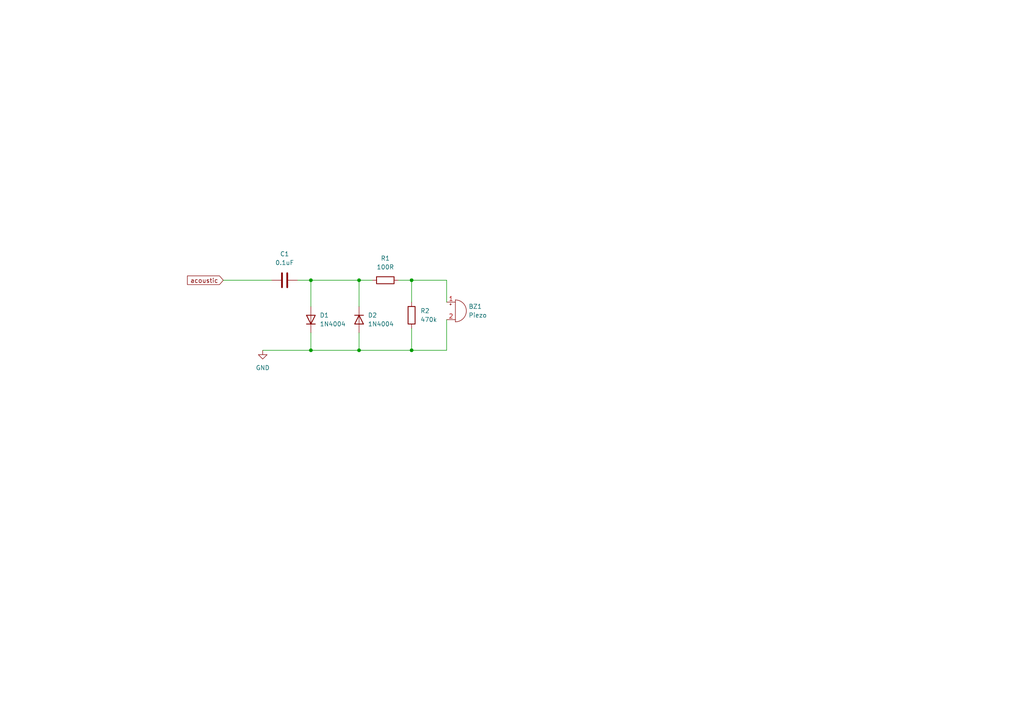
<source format=kicad_sch>
(kicad_sch (version 20211123) (generator eeschema)

  (uuid 9a3279c1-9cf3-4303-9a46-d6205e7e9b76)

  (paper "A4")

  (lib_symbols
    (symbol "Device:Buzzer" (pin_names (offset 0.0254) hide) (in_bom yes) (on_board yes)
      (property "Reference" "BZ" (id 0) (at 3.81 1.27 0)
        (effects (font (size 1.27 1.27)) (justify left))
      )
      (property "Value" "Buzzer" (id 1) (at 3.81 -1.27 0)
        (effects (font (size 1.27 1.27)) (justify left))
      )
      (property "Footprint" "" (id 2) (at -0.635 2.54 90)
        (effects (font (size 1.27 1.27)) hide)
      )
      (property "Datasheet" "~" (id 3) (at -0.635 2.54 90)
        (effects (font (size 1.27 1.27)) hide)
      )
      (property "ki_keywords" "quartz resonator ceramic" (id 4) (at 0 0 0)
        (effects (font (size 1.27 1.27)) hide)
      )
      (property "ki_description" "Buzzer, polarized" (id 5) (at 0 0 0)
        (effects (font (size 1.27 1.27)) hide)
      )
      (property "ki_fp_filters" "*Buzzer*" (id 6) (at 0 0 0)
        (effects (font (size 1.27 1.27)) hide)
      )
      (symbol "Buzzer_0_1"
        (arc (start 0 -3.175) (mid 3.175 0) (end 0 3.175)
          (stroke (width 0) (type default) (color 0 0 0 0))
          (fill (type none))
        )
        (polyline
          (pts
            (xy -1.651 1.905)
            (xy -1.143 1.905)
          )
          (stroke (width 0) (type default) (color 0 0 0 0))
          (fill (type none))
        )
        (polyline
          (pts
            (xy -1.397 2.159)
            (xy -1.397 1.651)
          )
          (stroke (width 0) (type default) (color 0 0 0 0))
          (fill (type none))
        )
        (polyline
          (pts
            (xy 0 3.175)
            (xy 0 -3.175)
          )
          (stroke (width 0) (type default) (color 0 0 0 0))
          (fill (type none))
        )
      )
      (symbol "Buzzer_1_1"
        (pin passive line (at -2.54 2.54 0) (length 2.54)
          (name "-" (effects (font (size 1.27 1.27))))
          (number "1" (effects (font (size 1.27 1.27))))
        )
        (pin passive line (at -2.54 -2.54 0) (length 2.54)
          (name "+" (effects (font (size 1.27 1.27))))
          (number "2" (effects (font (size 1.27 1.27))))
        )
      )
    )
    (symbol "Device:C" (pin_numbers hide) (pin_names (offset 0.254)) (in_bom yes) (on_board yes)
      (property "Reference" "C" (id 0) (at 0.635 2.54 0)
        (effects (font (size 1.27 1.27)) (justify left))
      )
      (property "Value" "C" (id 1) (at 0.635 -2.54 0)
        (effects (font (size 1.27 1.27)) (justify left))
      )
      (property "Footprint" "" (id 2) (at 0.9652 -3.81 0)
        (effects (font (size 1.27 1.27)) hide)
      )
      (property "Datasheet" "~" (id 3) (at 0 0 0)
        (effects (font (size 1.27 1.27)) hide)
      )
      (property "ki_keywords" "cap capacitor" (id 4) (at 0 0 0)
        (effects (font (size 1.27 1.27)) hide)
      )
      (property "ki_description" "Unpolarized capacitor" (id 5) (at 0 0 0)
        (effects (font (size 1.27 1.27)) hide)
      )
      (property "ki_fp_filters" "C_*" (id 6) (at 0 0 0)
        (effects (font (size 1.27 1.27)) hide)
      )
      (symbol "C_0_1"
        (polyline
          (pts
            (xy -2.032 -0.762)
            (xy 2.032 -0.762)
          )
          (stroke (width 0.508) (type default) (color 0 0 0 0))
          (fill (type none))
        )
        (polyline
          (pts
            (xy -2.032 0.762)
            (xy 2.032 0.762)
          )
          (stroke (width 0.508) (type default) (color 0 0 0 0))
          (fill (type none))
        )
      )
      (symbol "C_1_1"
        (pin passive line (at 0 3.81 270) (length 2.794)
          (name "~" (effects (font (size 1.27 1.27))))
          (number "1" (effects (font (size 1.27 1.27))))
        )
        (pin passive line (at 0 -3.81 90) (length 2.794)
          (name "~" (effects (font (size 1.27 1.27))))
          (number "2" (effects (font (size 1.27 1.27))))
        )
      )
    )
    (symbol "Device:R" (pin_numbers hide) (pin_names (offset 0)) (in_bom yes) (on_board yes)
      (property "Reference" "R" (id 0) (at 2.032 0 90)
        (effects (font (size 1.27 1.27)))
      )
      (property "Value" "R" (id 1) (at 0 0 90)
        (effects (font (size 1.27 1.27)))
      )
      (property "Footprint" "" (id 2) (at -1.778 0 90)
        (effects (font (size 1.27 1.27)) hide)
      )
      (property "Datasheet" "~" (id 3) (at 0 0 0)
        (effects (font (size 1.27 1.27)) hide)
      )
      (property "ki_keywords" "R res resistor" (id 4) (at 0 0 0)
        (effects (font (size 1.27 1.27)) hide)
      )
      (property "ki_description" "Resistor" (id 5) (at 0 0 0)
        (effects (font (size 1.27 1.27)) hide)
      )
      (property "ki_fp_filters" "R_*" (id 6) (at 0 0 0)
        (effects (font (size 1.27 1.27)) hide)
      )
      (symbol "R_0_1"
        (rectangle (start -1.016 -2.54) (end 1.016 2.54)
          (stroke (width 0.254) (type default) (color 0 0 0 0))
          (fill (type none))
        )
      )
      (symbol "R_1_1"
        (pin passive line (at 0 3.81 270) (length 1.27)
          (name "~" (effects (font (size 1.27 1.27))))
          (number "1" (effects (font (size 1.27 1.27))))
        )
        (pin passive line (at 0 -3.81 90) (length 1.27)
          (name "~" (effects (font (size 1.27 1.27))))
          (number "2" (effects (font (size 1.27 1.27))))
        )
      )
    )
    (symbol "Diode:1N4004" (pin_numbers hide) (pin_names hide) (in_bom yes) (on_board yes)
      (property "Reference" "D" (id 0) (at 0 2.54 0)
        (effects (font (size 1.27 1.27)))
      )
      (property "Value" "1N4004" (id 1) (at 0 -2.54 0)
        (effects (font (size 1.27 1.27)))
      )
      (property "Footprint" "Diode_THT:D_DO-41_SOD81_P10.16mm_Horizontal" (id 2) (at 0 -4.445 0)
        (effects (font (size 1.27 1.27)) hide)
      )
      (property "Datasheet" "http://www.vishay.com/docs/88503/1n4001.pdf" (id 3) (at 0 0 0)
        (effects (font (size 1.27 1.27)) hide)
      )
      (property "ki_keywords" "diode" (id 4) (at 0 0 0)
        (effects (font (size 1.27 1.27)) hide)
      )
      (property "ki_description" "400V 1A General Purpose Rectifier Diode, DO-41" (id 5) (at 0 0 0)
        (effects (font (size 1.27 1.27)) hide)
      )
      (property "ki_fp_filters" "D*DO?41*" (id 6) (at 0 0 0)
        (effects (font (size 1.27 1.27)) hide)
      )
      (symbol "1N4004_0_1"
        (polyline
          (pts
            (xy -1.27 1.27)
            (xy -1.27 -1.27)
          )
          (stroke (width 0.254) (type default) (color 0 0 0 0))
          (fill (type none))
        )
        (polyline
          (pts
            (xy 1.27 0)
            (xy -1.27 0)
          )
          (stroke (width 0) (type default) (color 0 0 0 0))
          (fill (type none))
        )
        (polyline
          (pts
            (xy 1.27 1.27)
            (xy 1.27 -1.27)
            (xy -1.27 0)
            (xy 1.27 1.27)
          )
          (stroke (width 0.254) (type default) (color 0 0 0 0))
          (fill (type none))
        )
      )
      (symbol "1N4004_1_1"
        (pin passive line (at -3.81 0 0) (length 2.54)
          (name "K" (effects (font (size 1.27 1.27))))
          (number "1" (effects (font (size 1.27 1.27))))
        )
        (pin passive line (at 3.81 0 180) (length 2.54)
          (name "A" (effects (font (size 1.27 1.27))))
          (number "2" (effects (font (size 1.27 1.27))))
        )
      )
    )
    (symbol "power:GND" (power) (pin_names (offset 0)) (in_bom yes) (on_board yes)
      (property "Reference" "#PWR" (id 0) (at 0 -6.35 0)
        (effects (font (size 1.27 1.27)) hide)
      )
      (property "Value" "GND" (id 1) (at 0 -3.81 0)
        (effects (font (size 1.27 1.27)))
      )
      (property "Footprint" "" (id 2) (at 0 0 0)
        (effects (font (size 1.27 1.27)) hide)
      )
      (property "Datasheet" "" (id 3) (at 0 0 0)
        (effects (font (size 1.27 1.27)) hide)
      )
      (property "ki_keywords" "power-flag" (id 4) (at 0 0 0)
        (effects (font (size 1.27 1.27)) hide)
      )
      (property "ki_description" "Power symbol creates a global label with name \"GND\" , ground" (id 5) (at 0 0 0)
        (effects (font (size 1.27 1.27)) hide)
      )
      (symbol "GND_0_1"
        (polyline
          (pts
            (xy 0 0)
            (xy 0 -1.27)
            (xy 1.27 -1.27)
            (xy 0 -2.54)
            (xy -1.27 -1.27)
            (xy 0 -1.27)
          )
          (stroke (width 0) (type default) (color 0 0 0 0))
          (fill (type none))
        )
      )
      (symbol "GND_1_1"
        (pin power_in line (at 0 0 270) (length 0) hide
          (name "GND" (effects (font (size 1.27 1.27))))
          (number "1" (effects (font (size 1.27 1.27))))
        )
      )
    )
  )

  (junction (at 90.17 81.28) (diameter 0) (color 0 0 0 0)
    (uuid 29be2851-c014-4de1-8ba4-cb4df6086af4)
  )
  (junction (at 90.17 101.6) (diameter 0) (color 0 0 0 0)
    (uuid 5482b9c3-048a-4025-ab46-e3e84ef7016d)
  )
  (junction (at 104.14 81.28) (diameter 0) (color 0 0 0 0)
    (uuid 96231920-62af-4a79-b7a4-e2a4653141df)
  )
  (junction (at 104.14 101.6) (diameter 0) (color 0 0 0 0)
    (uuid c87c6b2b-e070-495a-9d0a-1d43ea8b6e95)
  )
  (junction (at 119.38 81.28) (diameter 0) (color 0 0 0 0)
    (uuid d1aa55e0-dce4-4fcd-b61b-096e34ed2d59)
  )
  (junction (at 119.38 101.6) (diameter 0) (color 0 0 0 0)
    (uuid d6a69ad2-0747-4d71-a985-3fc9fcf90472)
  )

  (wire (pts (xy 104.14 96.52) (xy 104.14 101.6))
    (stroke (width 0) (type default) (color 0 0 0 0))
    (uuid 00760437-5bc9-4501-9416-05b97e75842e)
  )
  (wire (pts (xy 119.38 101.6) (xy 104.14 101.6))
    (stroke (width 0) (type default) (color 0 0 0 0))
    (uuid 0d10ad06-1cbf-4c53-97e4-20b581676cff)
  )
  (wire (pts (xy 129.54 81.28) (xy 119.38 81.28))
    (stroke (width 0) (type default) (color 0 0 0 0))
    (uuid 2519696a-b5ad-4fd9-8237-e25d3f23a19c)
  )
  (wire (pts (xy 129.54 101.6) (xy 119.38 101.6))
    (stroke (width 0) (type default) (color 0 0 0 0))
    (uuid 3c3399ed-c53c-4569-b13a-3eb80d676ba6)
  )
  (wire (pts (xy 90.17 101.6) (xy 76.2 101.6))
    (stroke (width 0) (type default) (color 0 0 0 0))
    (uuid 5f281042-ef5a-40e5-bc3f-9a4ef300d960)
  )
  (wire (pts (xy 104.14 81.28) (xy 107.95 81.28))
    (stroke (width 0) (type default) (color 0 0 0 0))
    (uuid 645be8d5-9d46-4b33-a658-5d246cee47e0)
  )
  (wire (pts (xy 104.14 81.28) (xy 90.17 81.28))
    (stroke (width 0) (type default) (color 0 0 0 0))
    (uuid 71cc7f79-5dc5-473e-ba36-5ad02b3ca8f3)
  )
  (wire (pts (xy 119.38 81.28) (xy 115.57 81.28))
    (stroke (width 0) (type default) (color 0 0 0 0))
    (uuid 72e15897-1f68-482a-9cb1-86148570ef1b)
  )
  (wire (pts (xy 90.17 96.52) (xy 90.17 101.6))
    (stroke (width 0) (type default) (color 0 0 0 0))
    (uuid 7741a84a-f6fc-4bd6-92e3-4c646daf2b81)
  )
  (wire (pts (xy 86.36 81.28) (xy 90.17 81.28))
    (stroke (width 0) (type default) (color 0 0 0 0))
    (uuid 8647a063-9a82-43a0-b9fc-406cc16c694a)
  )
  (wire (pts (xy 119.38 95.25) (xy 119.38 101.6))
    (stroke (width 0) (type default) (color 0 0 0 0))
    (uuid 9157b20a-6119-4f75-b602-9960c4612b5d)
  )
  (wire (pts (xy 129.54 92.71) (xy 129.54 101.6))
    (stroke (width 0) (type default) (color 0 0 0 0))
    (uuid 96e51b22-08a6-4b0c-9224-491ab0257bef)
  )
  (wire (pts (xy 90.17 81.28) (xy 90.17 88.9))
    (stroke (width 0) (type default) (color 0 0 0 0))
    (uuid a6bb4d6b-a16b-45e2-baa5-0f82d3f789f2)
  )
  (wire (pts (xy 129.54 87.63) (xy 129.54 81.28))
    (stroke (width 0) (type default) (color 0 0 0 0))
    (uuid b85cb58a-4f50-4f67-a554-43da81e2526e)
  )
  (wire (pts (xy 104.14 101.6) (xy 90.17 101.6))
    (stroke (width 0) (type default) (color 0 0 0 0))
    (uuid ca3cd96b-32e9-4714-b5c9-3fdfdafd621f)
  )
  (wire (pts (xy 119.38 81.28) (xy 119.38 87.63))
    (stroke (width 0) (type default) (color 0 0 0 0))
    (uuid ddfe13f1-0a62-42a9-b967-15671f7b8ae4)
  )
  (wire (pts (xy 104.14 88.9) (xy 104.14 81.28))
    (stroke (width 0) (type default) (color 0 0 0 0))
    (uuid f46aeb29-4853-4857-a423-f022b95695dd)
  )
  (wire (pts (xy 64.77 81.28) (xy 78.74 81.28))
    (stroke (width 0) (type default) (color 0 0 0 0))
    (uuid f6bd5bcb-9f3d-4ead-a860-23fdeeaf7193)
  )

  (global_label "acoustic" (shape input) (at 64.77 81.28 180) (fields_autoplaced)
    (effects (font (size 1.27 1.27)) (justify right))
    (uuid f3d456db-87ff-4637-a2d2-d7ccc982b2c3)
    (property "Intersheet References" "${INTERSHEET_REFS}" (id 0) (at 54.374 81.2006 0)
      (effects (font (size 1.27 1.27)) (justify right) hide)
    )
  )

  (symbol (lib_id "Device:R") (at 111.76 81.28 90) (unit 1)
    (in_bom yes) (on_board yes) (fields_autoplaced)
    (uuid 082c7dd8-d570-485a-8a8c-7516fa7ad208)
    (property "Reference" "R1" (id 0) (at 111.76 74.93 90))
    (property "Value" "100R" (id 1) (at 111.76 77.47 90))
    (property "Footprint" "" (id 2) (at 111.76 83.058 90)
      (effects (font (size 1.27 1.27)) hide)
    )
    (property "Datasheet" "~" (id 3) (at 111.76 81.28 0)
      (effects (font (size 1.27 1.27)) hide)
    )
    (pin "1" (uuid 37992a5f-e3e3-40d4-aa1f-6c737fbc2b9d))
    (pin "2" (uuid 2b1303a8-0910-4bb2-b326-85c7ec64fc91))
  )

  (symbol (lib_id "Diode:1N4004") (at 104.14 92.71 270) (unit 1)
    (in_bom yes) (on_board yes) (fields_autoplaced)
    (uuid 29e69c9a-c4b2-49e9-92ce-3b7aff26f405)
    (property "Reference" "D2" (id 0) (at 106.68 91.4399 90)
      (effects (font (size 1.27 1.27)) (justify left))
    )
    (property "Value" "1N4004" (id 1) (at 106.68 93.9799 90)
      (effects (font (size 1.27 1.27)) (justify left))
    )
    (property "Footprint" "Diode_THT:D_DO-41_SOD81_P10.16mm_Horizontal" (id 2) (at 99.695 92.71 0)
      (effects (font (size 1.27 1.27)) hide)
    )
    (property "Datasheet" "http://www.vishay.com/docs/88503/1n4001.pdf" (id 3) (at 104.14 92.71 0)
      (effects (font (size 1.27 1.27)) hide)
    )
    (pin "1" (uuid d047a584-e586-4d85-b2e3-ec5ac33d2fb4))
    (pin "2" (uuid 18e8359a-20e2-4d63-b13a-b7a0b11fc06a))
  )

  (symbol (lib_id "Device:C") (at 82.55 81.28 90) (unit 1)
    (in_bom yes) (on_board yes) (fields_autoplaced)
    (uuid 6f354bec-17a3-4ebf-9b29-8e9e2afe0ee7)
    (property "Reference" "C1" (id 0) (at 82.55 73.66 90))
    (property "Value" "0.1uF" (id 1) (at 82.55 76.2 90))
    (property "Footprint" "" (id 2) (at 86.36 80.3148 0)
      (effects (font (size 1.27 1.27)) hide)
    )
    (property "Datasheet" "~" (id 3) (at 82.55 81.28 0)
      (effects (font (size 1.27 1.27)) hide)
    )
    (pin "1" (uuid c556cb03-363a-4ace-b8b2-c3915aed12e9))
    (pin "2" (uuid f04e28e2-cd83-4c62-8a8a-aa05d2fa6f99))
  )

  (symbol (lib_id "Diode:1N4004") (at 90.17 92.71 90) (unit 1)
    (in_bom yes) (on_board yes) (fields_autoplaced)
    (uuid 76127282-4a58-4150-afae-0beec97e3c40)
    (property "Reference" "D1" (id 0) (at 92.71 91.4399 90)
      (effects (font (size 1.27 1.27)) (justify right))
    )
    (property "Value" "1N4004" (id 1) (at 92.71 93.9799 90)
      (effects (font (size 1.27 1.27)) (justify right))
    )
    (property "Footprint" "Diode_THT:D_DO-41_SOD81_P10.16mm_Horizontal" (id 2) (at 94.615 92.71 0)
      (effects (font (size 1.27 1.27)) hide)
    )
    (property "Datasheet" "http://www.vishay.com/docs/88503/1n4001.pdf" (id 3) (at 90.17 92.71 0)
      (effects (font (size 1.27 1.27)) hide)
    )
    (pin "1" (uuid b9c04aca-9e0f-4cf3-aa3f-8f5f80a95c3b))
    (pin "2" (uuid 6f15c187-aec4-447d-bcaf-da4a44371d84))
  )

  (symbol (lib_id "Device:Buzzer") (at 132.08 90.17 0) (unit 1)
    (in_bom yes) (on_board yes) (fields_autoplaced)
    (uuid be22a395-60aa-4885-bf5e-173116540bc5)
    (property "Reference" "BZ1" (id 0) (at 135.89 88.8999 0)
      (effects (font (size 1.27 1.27)) (justify left))
    )
    (property "Value" "Piezo" (id 1) (at 135.89 91.4399 0)
      (effects (font (size 1.27 1.27)) (justify left))
    )
    (property "Footprint" "" (id 2) (at 131.445 87.63 90)
      (effects (font (size 1.27 1.27)) hide)
    )
    (property "Datasheet" "~" (id 3) (at 131.445 87.63 90)
      (effects (font (size 1.27 1.27)) hide)
    )
    (pin "1" (uuid 1d8516e5-6e08-4273-90a1-401533eb104e))
    (pin "2" (uuid 23aa5040-50e0-4da0-aaa6-1bfe50d54828))
  )

  (symbol (lib_id "Device:R") (at 119.38 91.44 0) (unit 1)
    (in_bom yes) (on_board yes) (fields_autoplaced)
    (uuid e310a78b-1c0b-4b8a-9cad-4befb515f038)
    (property "Reference" "R2" (id 0) (at 121.92 90.1699 0)
      (effects (font (size 1.27 1.27)) (justify left))
    )
    (property "Value" "470k" (id 1) (at 121.92 92.7099 0)
      (effects (font (size 1.27 1.27)) (justify left))
    )
    (property "Footprint" "" (id 2) (at 117.602 91.44 90)
      (effects (font (size 1.27 1.27)) hide)
    )
    (property "Datasheet" "~" (id 3) (at 119.38 91.44 0)
      (effects (font (size 1.27 1.27)) hide)
    )
    (pin "1" (uuid 80fa2d17-3c5f-4862-bba3-98600917cf1f))
    (pin "2" (uuid d88be296-4e09-4ec2-b7f0-52a366645e8c))
  )

  (symbol (lib_id "power:GND") (at 76.2 101.6 0) (unit 1)
    (in_bom yes) (on_board yes) (fields_autoplaced)
    (uuid f0e9981e-f1ec-415d-b90b-438ddaa7c882)
    (property "Reference" "#PWR?" (id 0) (at 76.2 107.95 0)
      (effects (font (size 1.27 1.27)) hide)
    )
    (property "Value" "GND" (id 1) (at 76.2 106.68 0))
    (property "Footprint" "" (id 2) (at 76.2 101.6 0)
      (effects (font (size 1.27 1.27)) hide)
    )
    (property "Datasheet" "" (id 3) (at 76.2 101.6 0)
      (effects (font (size 1.27 1.27)) hide)
    )
    (pin "1" (uuid 5b864bfe-b2f2-44d1-8e02-e51221eb8335))
  )
)

</source>
